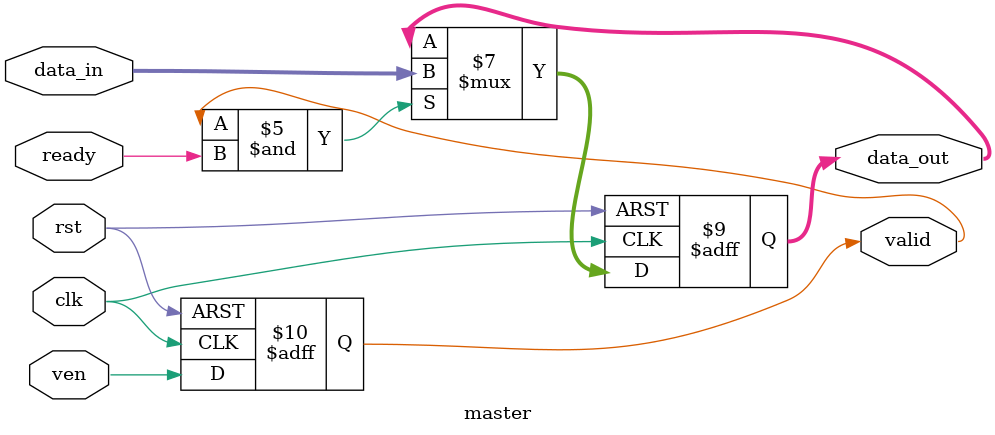
<source format=v>
`timescale 1ns / 1ps


module  master#( parameter L= 8)(
	input clk,
	input rst,
	input ven,
	input ready,
	output reg valid,
	input [L-1:0] data_in,
	output reg [L-1:0] data_out
	
);
always @(posedge clk or negedge rst) begin
		if (!rst) begin
			valid <= 1'b0;
		end
		else begin
			valid <= ven;
		end
	end
always @(posedge clk or negedge rst) begin
		if (!rst) begin
			data_out <= {L{1'b0}};
		end
		else if (valid & ready) begin
			data_out <= data_in;
		end
		else begin data_out<= data_out;
		end
	end
endmodule

</source>
